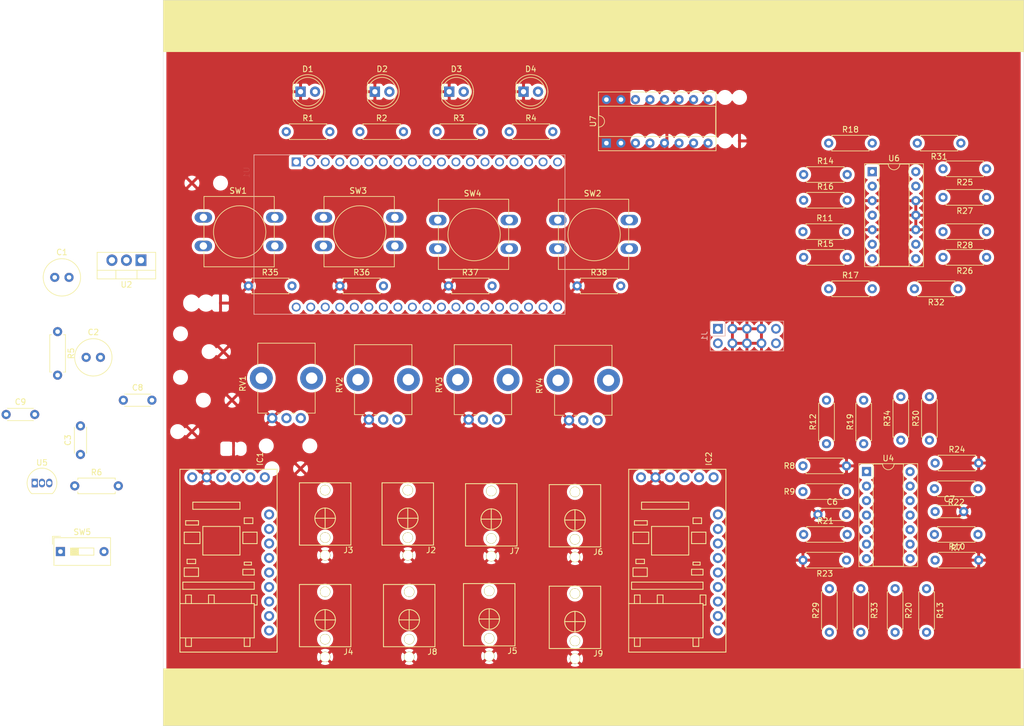
<source format=kicad_pcb>
(kicad_pcb (version 20171130) (host pcbnew "(5.1.5)-3")
  (layers (0 F.Cu signal) (31 B.Cu signal) (34 B.Paste user) (35 F.Paste user) (36 B.SilkS user) (37 F.SilkS user) (38 B.Mask user) (39 F.Mask user) (44 Edge.Cuts user))
  (net 0 "")
  (net 1 GND)
  (net 2 "Net-(C1-Pad1)")
  (net 3 +3V3)
  (net 4 +12V)
  (net 5 -12V)
  (net 6 /POWER/aref_-10v)
  (net 7 "Net-(D1-Pad2)")
  (net 8 "Net-(D2-Pad2)")
  (net 9 "Net-(D3-Pad2)")
  (net 10 "Net-(D4-Pad2)")
  (net 11 /bck1)
  (net 12 /din1)
  (net 13 /lrck1)
  (net 14 /bck2)
  (net 15 /din2)
  (net 16 /lrck2)
  (net 17 "Net-(J2-Pad3)")
  (net 18 "Net-(J3-Pad3)")
  (net 19 "Net-(J4-Pad3)")
  (net 20 "Net-(J5-Pad3)")
  (net 21 "Net-(J6-Pad3)")
  (net 22 "Net-(J7-Pad3)")
  (net 23 "Net-(J8-Pad3)")
  (net 24 "Net-(J9-Pad3)")
  (net 25 /led1)
  (net 26 /led2)
  (net 27 /led3)
  (net 28 /led4)
  (net 29 "Net-(R7-Pad2)")
  (net 30 "Net-(R12-Pad1)")
  (net 31 "Net-(R9-Pad2)")
  (net 32 "Net-(R10-Pad1)")
  (net 33 "Net-(R11-Pad2)")
  (net 34 /IN_OUT/aref_-10v)
  (net 35 "Net-(R12-Pad2)")
  (net 36 "Net-(R13-Pad2)")
  (net 37 "Net-(R14-Pad2)")
  (net 38 /IN_OUT/adc_ch1)
  (net 39 /IN_OUT/adc_ch0)
  (net 40 "Net-(R21-Pad2)")
  (net 41 "Net-(R22-Pad2)")
  (net 42 "Net-(R23-Pad1)")
  (net 43 "Net-(R24-Pad1)")
  (net 44 "Net-(R25-Pad2)")
  (net 45 "Net-(R26-Pad2)")
  (net 46 "Net-(R29-Pad2)")
  (net 47 "Net-(R30-Pad2)")
  (net 48 /IN_OUT/adc_ch3)
  (net 49 /IN_OUT/adc_ch2)
  (net 50 /button4)
  (net 51 /button1)
  (net 52 /button2)
  (net 53 /button3)
  (net 54 /ADC/adc_ch4)
  (net 55 /ADC/adc_ch5)
  (net 56 /ADC/adc_ch6)
  (net 57 /ADC/adc_ch7)
  (net 58 "Net-(C2-Pad1)")
  (module Button_Switch_THT:SW_DIP_SPSTx01_Slide_9.78x4.72mm_W7.62mm_P2.54mm (layer F.Cu) (at -18 96.5)
    (fp_text reference SW5 (at 3.81 -3.42) (layer F.SilkS))
    (fp_text value DIP_USBpwr)
    (pad 2 thru_hole oval (at 7.62 0) (size 1.6 1.6) (drill 0.8) (layers *.Cu *.Mask) (net 58 "Net-(C2-Pad1)"))
    (pad 1 thru_hole rect (at 0 0) (size 1.6 1.6) (drill 0.8) (layers *.Cu *.Mask) (net 3 +3V3))
  )
  (module Package_TO_SOT_THT:TO-220-3_Vertical (layer F.Cu) (at -3.92 45.5 180)
    (fp_text reference U2 (at 2.54 -4.27 180) (layer F.SilkS))
    (fp_text value LM1117-3.3)
    (pad 3 thru_hole oval (at 5.08 0 180) (size 1.905 2) (drill 1.1) (layers *.Cu *.Mask) (net 2 "Net-(C1-Pad1)"))
    (pad 2 thru_hole oval (at 2.54 0 180) (size 1.905 2) (drill 1.1) (layers *.Cu *.Mask) (net 58 "Net-(C2-Pad1)"))
    (pad 1 thru_hole rect (at 0 0 180) (size 1.905 2) (drill 1.1) (layers *.Cu *.Mask) (net 1 GND))
  )
  (module Package_DIP:DIP-16_W7.62mm_Socket (layer F.Cu) (at 77.5 25 90)
    (fp_text reference U7 (at 3.81 -2.33 -90) (layer F.SilkS))
    (fp_text value MCP3208)
    (pad 16 thru_hole oval (at 7.62 0 90) (size 1.6 1.6) (drill 0.8) (layers *.Cu *.Mask) (net 3 +3V3))
    (pad 8 thru_hole oval (at 0 17.78 90) (size 1.6 1.6) (drill 0.8) (layers *.Cu *.Mask) (net 57 /ADC/adc_ch7))
    (pad 15 thru_hole oval (at 7.62 2.54 90) (size 1.6 1.6) (drill 0.8) (layers *.Cu *.Mask) (net 3 +3V3))
    (pad 7 thru_hole oval (at 0 15.24 90) (size 1.6 1.6) (drill 0.8) (layers *.Cu *.Mask) (net 56 /ADC/adc_ch6))
    (pad 14 thru_hole oval (at 7.62 5.08 90) (size 1.6 1.6) (drill 0.8) (layers *.Cu *.Mask) (net 1 GND))
    (pad 6 thru_hole oval (at 0 12.7 90) (size 1.6 1.6) (drill 0.8) (layers *.Cu *.Mask) (net 55 /ADC/adc_ch5))
    (pad 13 thru_hole oval (at 7.62 7.62 90) (size 1.6 1.6) (drill 0.8) (layers *.Cu *.Mask))
    (pad 5 thru_hole oval (at 0 10.16 90) (size 1.6 1.6) (drill 0.8) (layers *.Cu *.Mask) (net 54 /ADC/adc_ch4))
    (pad 12 thru_hole oval (at 7.62 10.16 90) (size 1.6 1.6) (drill 0.8) (layers *.Cu *.Mask))
    (pad 4 thru_hole oval (at 0 7.62 90) (size 1.6 1.6) (drill 0.8) (layers *.Cu *.Mask))
    (pad 11 thru_hole oval (at 7.62 12.7 90) (size 1.6 1.6) (drill 0.8) (layers *.Cu *.Mask))
    (pad 3 thru_hole oval (at 0 5.08 90) (size 1.6 1.6) (drill 0.8) (layers *.Cu *.Mask))
    (pad 10 thru_hole oval (at 7.62 15.24 90) (size 1.6 1.6) (drill 0.8) (layers *.Cu *.Mask))
    (pad 2 thru_hole oval (at 0 2.54 90) (size 1.6 1.6) (drill 0.8) (layers *.Cu *.Mask))
    (pad 9 thru_hole oval (at 7.62 17.78 90) (size 1.6 1.6) (drill 0.8) (layers *.Cu *.Mask) (net 1 GND))
    (pad 1 thru_hole rect (at 0 0 90) (size 1.6 1.6) (drill 0.8) (layers *.Cu *.Mask))
  )
  (module Package_DIP:DIP-14_W7.62mm_Socket (layer F.Cu) (at 124 30)
    (fp_text reference U6 (at 3.81 -2.33) (layer F.SilkS))
    (fp_text value MCP6004)
    (pad 14 thru_hole oval (at 7.62 0) (size 1.6 1.6) (drill 0.8) (layers *.Cu *.Mask) (net 48 /IN_OUT/adc_ch3))
    (pad 7 thru_hole oval (at 0 15.24) (size 1.6 1.6) (drill 0.8) (layers *.Cu *.Mask) (net 38 /IN_OUT/adc_ch1))
    (pad 13 thru_hole oval (at 7.62 2.54) (size 1.6 1.6) (drill 0.8) (layers *.Cu *.Mask) (net 44 "Net-(R25-Pad2)"))
    (pad 6 thru_hole oval (at 0 12.7) (size 1.6 1.6) (drill 0.8) (layers *.Cu *.Mask) (net 33 "Net-(R11-Pad2)"))
    (pad 12 thru_hole oval (at 7.62 5.08) (size 1.6 1.6) (drill 0.8) (layers *.Cu *.Mask) (net 1 GND))
    (pad 5 thru_hole oval (at 0 10.16) (size 1.6 1.6) (drill 0.8) (layers *.Cu *.Mask) (net 1 GND))
    (pad 11 thru_hole oval (at 7.62 7.62) (size 1.6 1.6) (drill 0.8) (layers *.Cu *.Mask) (net 1 GND))
    (pad 4 thru_hole oval (at 0 7.62) (size 1.6 1.6) (drill 0.8) (layers *.Cu *.Mask) (net 3 +3V3))
    (pad 10 thru_hole oval (at 7.62 10.16) (size 1.6 1.6) (drill 0.8) (layers *.Cu *.Mask) (net 1 GND))
    (pad 3 thru_hole oval (at 0 5.08) (size 1.6 1.6) (drill 0.8) (layers *.Cu *.Mask) (net 1 GND))
    (pad 9 thru_hole oval (at 7.62 12.7) (size 1.6 1.6) (drill 0.8) (layers *.Cu *.Mask) (net 45 "Net-(R26-Pad2)"))
    (pad 2 thru_hole oval (at 0 2.54) (size 1.6 1.6) (drill 0.8) (layers *.Cu *.Mask) (net 37 "Net-(R14-Pad2)"))
    (pad 8 thru_hole oval (at 7.62 15.24) (size 1.6 1.6) (drill 0.8) (layers *.Cu *.Mask) (net 49 /IN_OUT/adc_ch2))
    (pad 1 thru_hole rect (at 0 0) (size 1.6 1.6) (drill 0.8) (layers *.Cu *.Mask) (net 39 /IN_OUT/adc_ch0))
  )
  (module Package_TO_SOT_THT:TO-92_Inline (layer F.Cu) (at -22.5 84.5)
    (fp_text reference U5 (at 1.27 -3.56) (layer F.SilkS))
    (fp_text value LM4040LP-10)
    (pad 1 thru_hole rect (at 0 0) (size 1.05 1.5) (drill 0.75) (layers *.Cu *.Mask))
    (pad 3 thru_hole oval (at 2.54 0) (size 1.05 1.5) (drill 0.75) (layers *.Cu *.Mask) (net 6 /POWER/aref_-10v))
    (pad 2 thru_hole oval (at 1.27 0) (size 1.05 1.5) (drill 0.75) (layers *.Cu *.Mask) (net 1 GND))
  )
  (module Package_DIP:DIP-14_W7.62mm_Socket (layer F.Cu) (at 123 82.5)
    (fp_text reference U4 (at 3.81 -2.33) (layer F.SilkS))
    (fp_text value TL074)
    (pad 14 thru_hole oval (at 7.62 0) (size 1.6 1.6) (drill 0.8) (layers *.Cu *.Mask) (net 47 "Net-(R30-Pad2)"))
    (pad 7 thru_hole oval (at 0 15.24) (size 1.6 1.6) (drill 0.8) (layers *.Cu *.Mask) (net 46 "Net-(R29-Pad2)"))
    (pad 13 thru_hole oval (at 7.62 2.54) (size 1.6 1.6) (drill 0.8) (layers *.Cu *.Mask) (net 43 "Net-(R24-Pad1)"))
    (pad 6 thru_hole oval (at 0 12.7) (size 1.6 1.6) (drill 0.8) (layers *.Cu *.Mask) (net 42 "Net-(R23-Pad1)"))
    (pad 12 thru_hole oval (at 7.62 5.08) (size 1.6 1.6) (drill 0.8) (layers *.Cu *.Mask) (net 41 "Net-(R22-Pad2)"))
    (pad 5 thru_hole oval (at 0 10.16) (size 1.6 1.6) (drill 0.8) (layers *.Cu *.Mask) (net 40 "Net-(R21-Pad2)"))
    (pad 11 thru_hole oval (at 7.62 7.62) (size 1.6 1.6) (drill 0.8) (layers *.Cu *.Mask) (net 5 -12V))
    (pad 4 thru_hole oval (at 0 7.62) (size 1.6 1.6) (drill 0.8) (layers *.Cu *.Mask) (net 4 +12V))
    (pad 10 thru_hole oval (at 7.62 10.16) (size 1.6 1.6) (drill 0.8) (layers *.Cu *.Mask) (net 29 "Net-(R7-Pad2)"))
    (pad 3 thru_hole oval (at 0 5.08) (size 1.6 1.6) (drill 0.8) (layers *.Cu *.Mask) (net 31 "Net-(R9-Pad2)"))
    (pad 9 thru_hole oval (at 7.62 12.7) (size 1.6 1.6) (drill 0.8) (layers *.Cu *.Mask) (net 32 "Net-(R10-Pad1)"))
    (pad 2 thru_hole oval (at 0 2.54) (size 1.6 1.6) (drill 0.8) (layers *.Cu *.Mask) (net 30 "Net-(R12-Pad1)"))
    (pad 8 thru_hole oval (at 7.62 15.24) (size 1.6 1.6) (drill 0.8) (layers *.Cu *.Mask) (net 36 "Net-(R13-Pad2)"))
    (pad 1 thru_hole rect (at 0 0) (size 1.6 1.6) (drill 0.8) (layers *.Cu *.Mask) (net 35 "Net-(R12-Pad2)"))
  )
  (module Button_Switch_THT:SW_PUSH-12mm (layer F.Cu) (at 48.0064 38.4706)
    (fp_text reference SW4 (at 6.08 -4.66) (layer F.SilkS))
    (fp_text value SW_Push)
    (pad 2 thru_hole oval (at 0 5) (size 3.048 1.85) (drill 1.3) (layers *.Cu *.Mask) (net 3 +3V3))
    (pad 1 thru_hole oval (at 0 0) (size 3.048 1.85) (drill 1.3) (layers *.Cu *.Mask) (net 53 /button3))
    (pad 2 thru_hole oval (at 12.5 5) (size 3.048 1.85) (drill 1.3) (layers *.Cu *.Mask) (net 3 +3V3))
    (pad 1 thru_hole oval (at 12.5 0) (size 3.048 1.85) (drill 1.3) (layers *.Cu *.Mask) (net 53 /button3))
  )
  (module Button_Switch_THT:SW_PUSH-12mm (layer F.Cu) (at 28 38)
    (fp_text reference SW3 (at 6.08 -4.66) (layer F.SilkS))
    (fp_text value SW_Push)
    (pad 2 thru_hole oval (at 0 5) (size 3.048 1.85) (drill 1.3) (layers *.Cu *.Mask) (net 3 +3V3))
    (pad 1 thru_hole oval (at 0 0) (size 3.048 1.85) (drill 1.3) (layers *.Cu *.Mask) (net 52 /button2))
    (pad 2 thru_hole oval (at 12.5 5) (size 3.048 1.85) (drill 1.3) (layers *.Cu *.Mask) (net 3 +3V3))
    (pad 1 thru_hole oval (at 12.5 0) (size 3.048 1.85) (drill 1.3) (layers *.Cu *.Mask) (net 52 /button2))
  )
  (module Button_Switch_THT:SW_PUSH-12mm (layer F.Cu) (at 69 38.4706)
    (fp_text reference SW2 (at 6.08 -4.66) (layer F.SilkS))
    (fp_text value SW_Push)
    (pad 2 thru_hole oval (at 0 5) (size 3.048 1.85) (drill 1.3) (layers *.Cu *.Mask) (net 3 +3V3))
    (pad 1 thru_hole oval (at 0 0) (size 3.048 1.85) (drill 1.3) (layers *.Cu *.Mask) (net 51 /button1))
    (pad 2 thru_hole oval (at 12.5 5) (size 3.048 1.85) (drill 1.3) (layers *.Cu *.Mask) (net 3 +3V3))
    (pad 1 thru_hole oval (at 12.5 0) (size 3.048 1.85) (drill 1.3) (layers *.Cu *.Mask) (net 51 /button1))
  )
  (module Button_Switch_THT:SW_PUSH-12mm (layer F.Cu) (at 7 38)
    (fp_text reference SW1 (at 6.08 -4.66) (layer F.SilkS))
    (fp_text value SW_Push)
    (pad 2 thru_hole oval (at 0 5) (size 3.048 1.85) (drill 1.3) (layers *.Cu *.Mask) (net 3 +3V3))
    (pad 1 thru_hole oval (at 0 0) (size 3.048 1.85) (drill 1.3) (layers *.Cu *.Mask) (net 50 /button4))
    (pad 2 thru_hole oval (at 12.5 5) (size 3.048 1.85) (drill 1.3) (layers *.Cu *.Mask) (net 3 +3V3))
    (pad 1 thru_hole oval (at 12.5 0) (size 3.048 1.85) (drill 1.3) (layers *.Cu *.Mask) (net 50 /button4))
  )
  (module Potentiometer_THT:Potentiometer_Alps_RK09K_Single_Vertical (layer F.Cu) (at 75.955 73.523 90)
    (fp_text reference RV4 (at 6.05 -10.15 90) (layer F.SilkS))
    (fp_text value R_POT)
    (pad "" np_thru_hole circle (at 7 1.9 90) (size 4 4) (drill 2) (layers *.Cu *.Mask))
    (pad "" np_thru_hole circle (at 7 -6.9 90) (size 4 4) (drill 2) (layers *.Cu *.Mask))
    (pad 1 thru_hole circle (at 0 0 90) (size 1.8 1.8) (drill 1) (layers *.Cu *.Mask) (net 3 +3V3))
    (pad 2 thru_hole circle (at 0 -2.5 90) (size 1.8 1.8) (drill 1) (layers *.Cu *.Mask) (net 57 /ADC/adc_ch7))
    (pad 3 thru_hole circle (at 0 -5 90) (size 1.8 1.8) (drill 1) (layers *.Cu *.Mask) (net 1 GND))
  )
  (module Potentiometer_THT:Potentiometer_Alps_RK09K_Single_Vertical (layer F.Cu) (at 58.4036 73.396 90)
    (fp_text reference RV3 (at 6.05 -10.15 90) (layer F.SilkS))
    (fp_text value R_POT)
    (pad "" np_thru_hole circle (at 7 1.9 90) (size 4 4) (drill 2) (layers *.Cu *.Mask))
    (pad "" np_thru_hole circle (at 7 -6.9 90) (size 4 4) (drill 2) (layers *.Cu *.Mask))
    (pad 1 thru_hole circle (at 0 0 90) (size 1.8 1.8) (drill 1) (layers *.Cu *.Mask) (net 3 +3V3))
    (pad 2 thru_hole circle (at 0 -2.5 90) (size 1.8 1.8) (drill 1) (layers *.Cu *.Mask) (net 56 /ADC/adc_ch6))
    (pad 3 thru_hole circle (at 0 -5 90) (size 1.8 1.8) (drill 1) (layers *.Cu *.Mask) (net 1 GND))
  )
  (module Potentiometer_THT:Potentiometer_Alps_RK09K_Single_Vertical (layer F.Cu) (at 40.9538 73.396 90)
    (fp_text reference RV2 (at 6.05 -10.15 90) (layer F.SilkS))
    (fp_text value R_POT)
    (pad "" np_thru_hole circle (at 7 1.9 90) (size 4 4) (drill 2) (layers *.Cu *.Mask))
    (pad "" np_thru_hole circle (at 7 -6.9 90) (size 4 4) (drill 2) (layers *.Cu *.Mask))
    (pad 1 thru_hole circle (at 0 0 90) (size 1.8 1.8) (drill 1) (layers *.Cu *.Mask) (net 3 +3V3))
    (pad 2 thru_hole circle (at 0 -2.5 90) (size 1.8 1.8) (drill 1) (layers *.Cu *.Mask) (net 55 /ADC/adc_ch5))
    (pad 3 thru_hole circle (at 0 -5 90) (size 1.8 1.8) (drill 1) (layers *.Cu *.Mask) (net 1 GND))
  )
  (module Potentiometer_THT:Potentiometer_Alps_RK09K_Single_Vertical (layer F.Cu) (at 24.0374 73.142 90)
    (fp_text reference RV1 (at 6.05 -10.15 90) (layer F.SilkS))
    (fp_text value R_POT)
    (pad "" np_thru_hole circle (at 7 1.9 90) (size 4 4) (drill 2) (layers *.Cu *.Mask))
    (pad "" np_thru_hole circle (at 7 -6.9 90) (size 4 4) (drill 2) (layers *.Cu *.Mask))
    (pad 1 thru_hole circle (at 0 0 90) (size 1.8 1.8) (drill 1) (layers *.Cu *.Mask) (net 3 +3V3))
    (pad 2 thru_hole circle (at 0 -2.5 90) (size 1.8 1.8) (drill 1) (layers *.Cu *.Mask) (net 54 /ADC/adc_ch4))
    (pad 3 thru_hole circle (at 0 -5 90) (size 1.8 1.8) (drill 1) (layers *.Cu *.Mask) (net 1 GND))
  )
  (module Resistor_THT:R_Axial_DIN0207_L6.3mm_D2.5mm_P7.62mm_Horizontal (layer F.Cu) (at 72.38 50)
    (fp_text reference R38 (at 3.81 -2.37) (layer F.SilkS))
    (fp_text value 10k)
    (pad 2 thru_hole oval (at 7.62 0) (size 1.6 1.6) (drill 0.8) (layers *.Cu *.Mask) (net 53 /button3))
    (pad 1 thru_hole circle (at 0 0) (size 1.6 1.6) (drill 0.8) (layers *.Cu *.Mask) (net 1 GND))
  )
  (module Resistor_THT:R_Axial_DIN0207_L6.3mm_D2.5mm_P7.62mm_Horizontal (layer F.Cu) (at 49.88 50)
    (fp_text reference R37 (at 3.81 -2.37) (layer F.SilkS))
    (fp_text value 10k)
    (pad 2 thru_hole oval (at 7.62 0) (size 1.6 1.6) (drill 0.8) (layers *.Cu *.Mask) (net 52 /button2))
    (pad 1 thru_hole circle (at 0 0) (size 1.6 1.6) (drill 0.8) (layers *.Cu *.Mask) (net 1 GND))
  )
  (module Resistor_THT:R_Axial_DIN0207_L6.3mm_D2.5mm_P7.62mm_Horizontal (layer F.Cu) (at 30.88 50)
    (fp_text reference R36 (at 3.81 -2.37) (layer F.SilkS))
    (fp_text value 10k)
    (pad 2 thru_hole oval (at 7.62 0) (size 1.6 1.6) (drill 0.8) (layers *.Cu *.Mask) (net 51 /button1))
    (pad 1 thru_hole circle (at 0 0) (size 1.6 1.6) (drill 0.8) (layers *.Cu *.Mask) (net 1 GND))
  )
  (module Resistor_THT:R_Axial_DIN0207_L6.3mm_D2.5mm_P7.62mm_Horizontal (layer F.Cu) (at 14.88 50)
    (fp_text reference R35 (at 3.81 -2.37) (layer F.SilkS))
    (fp_text value 10k)
    (pad 2 thru_hole oval (at 7.62 0) (size 1.6 1.6) (drill 0.8) (layers *.Cu *.Mask) (net 50 /button4))
    (pad 1 thru_hole circle (at 0 0) (size 1.6 1.6) (drill 0.8) (layers *.Cu *.Mask) (net 1 GND))
  )
  (module Resistor_THT:R_Axial_DIN0207_L6.3mm_D2.5mm_P7.62mm_Horizontal (layer F.Cu) (at 129 77 90)
    (fp_text reference R34 (at 3.81 -2.37 90) (layer F.SilkS))
    (fp_text value 1k)
    (pad 2 thru_hole oval (at 7.62 0 90) (size 1.6 1.6) (drill 0.8) (layers *.Cu *.Mask) (net 24 "Net-(J9-Pad3)"))
    (pad 1 thru_hole circle (at 0 0 90) (size 1.6 1.6) (drill 0.8) (layers *.Cu *.Mask) (net 47 "Net-(R30-Pad2)"))
  )
  (module Resistor_THT:R_Axial_DIN0207_L6.3mm_D2.5mm_P7.62mm_Horizontal (layer F.Cu) (at 122 103 270)
    (fp_text reference R33 (at 3.81 -2.37 90) (layer F.SilkS))
    (fp_text value 1k)
    (pad 2 thru_hole oval (at 7.62 0 270) (size 1.6 1.6) (drill 0.8) (layers *.Cu *.Mask) (net 23 "Net-(J8-Pad3)"))
    (pad 1 thru_hole circle (at 0 0 270) (size 1.6 1.6) (drill 0.8) (layers *.Cu *.Mask) (net 46 "Net-(R29-Pad2)"))
  )
  (module Resistor_THT:R_Axial_DIN0207_L6.3mm_D2.5mm_P7.62mm_Horizontal (layer F.Cu) (at 139 50.5 180)
    (fp_text reference R32 (at 3.81 -2.37) (layer F.SilkS))
    (fp_text value 33k)
    (pad 2 thru_hole oval (at 7.62 0 180) (size 1.6 1.6) (drill 0.8) (layers *.Cu *.Mask) (net 49 /IN_OUT/adc_ch2))
    (pad 1 thru_hole circle (at 0 0 180) (size 1.6 1.6) (drill 0.8) (layers *.Cu *.Mask) (net 45 "Net-(R26-Pad2)"))
  )
  (module Resistor_THT:R_Axial_DIN0207_L6.3mm_D2.5mm_P7.62mm_Horizontal (layer F.Cu) (at 139.5 25 180)
    (fp_text reference R31 (at 3.81 -2.37) (layer F.SilkS))
    (fp_text value 33k)
    (pad 2 thru_hole oval (at 7.62 0 180) (size 1.6 1.6) (drill 0.8) (layers *.Cu *.Mask) (net 48 /IN_OUT/adc_ch3))
    (pad 1 thru_hole circle (at 0 0 180) (size 1.6 1.6) (drill 0.8) (layers *.Cu *.Mask) (net 44 "Net-(R25-Pad2)"))
  )
  (module Resistor_THT:R_Axial_DIN0207_L6.3mm_D2.5mm_P7.62mm_Horizontal (layer F.Cu) (at 134 77 90)
    (fp_text reference R30 (at 3.81 -2.37 90) (layer F.SilkS))
    (fp_text value 10k)
    (pad 2 thru_hole oval (at 7.62 0 90) (size 1.6 1.6) (drill 0.8) (layers *.Cu *.Mask) (net 47 "Net-(R30-Pad2)"))
    (pad 1 thru_hole circle (at 0 0 90) (size 1.6 1.6) (drill 0.8) (layers *.Cu *.Mask) (net 43 "Net-(R24-Pad1)"))
  )
  (module Resistor_THT:R_Axial_DIN0207_L6.3mm_D2.5mm_P7.62mm_Horizontal (layer F.Cu) (at 116.5 110.62 90)
    (fp_text reference R29 (at 3.81 -2.37 90) (layer F.SilkS))
    (fp_text value 10k)
    (pad 2 thru_hole oval (at 7.62 0 90) (size 1.6 1.6) (drill 0.8) (layers *.Cu *.Mask) (net 46 "Net-(R29-Pad2)"))
    (pad 1 thru_hole circle (at 0 0 90) (size 1.6 1.6) (drill 0.8) (layers *.Cu *.Mask) (net 42 "Net-(R23-Pad1)"))
  )
  (module Resistor_THT:R_Axial_DIN0207_L6.3mm_D2.5mm_P7.62mm_Horizontal (layer F.Cu) (at 144 40.5 180)
    (fp_text reference R28 (at 3.81 -2.37) (layer F.SilkS))
    (fp_text value 100k)
    (pad 2 thru_hole oval (at 7.62 0 180) (size 1.6 1.6) (drill 0.8) (layers *.Cu *.Mask) (net 45 "Net-(R26-Pad2)"))
    (pad 1 thru_hole circle (at 0 0 180) (size 1.6 1.6) (drill 0.8) (layers *.Cu *.Mask) (net 22 "Net-(J7-Pad3)"))
  )
  (module Resistor_THT:R_Axial_DIN0207_L6.3mm_D2.5mm_P7.62mm_Horizontal (layer F.Cu) (at 144 34.5 180)
    (fp_text reference R27 (at 3.81 -2.37) (layer F.SilkS))
    (fp_text value 100k)
    (pad 2 thru_hole oval (at 7.62 0 180) (size 1.6 1.6) (drill 0.8) (layers *.Cu *.Mask) (net 44 "Net-(R25-Pad2)"))
    (pad 1 thru_hole circle (at 0 0 180) (size 1.6 1.6) (drill 0.8) (layers *.Cu *.Mask) (net 21 "Net-(J6-Pad3)"))
  )
  (module Resistor_THT:R_Axial_DIN0207_L6.3mm_D2.5mm_P7.62mm_Horizontal (layer F.Cu) (at 144 45 180)
    (fp_text reference R26 (at 3.81 -2.37) (layer F.SilkS))
    (fp_text value 200k)
    (pad 2 thru_hole oval (at 7.62 0 180) (size 1.6 1.6) (drill 0.8) (layers *.Cu *.Mask) (net 45 "Net-(R26-Pad2)"))
    (pad 1 thru_hole circle (at 0 0 180) (size 1.6 1.6) (drill 0.8) (layers *.Cu *.Mask) (net 34 /IN_OUT/aref_-10v))
  )
  (module Resistor_THT:R_Axial_DIN0207_L6.3mm_D2.5mm_P7.62mm_Horizontal (layer F.Cu) (at 144 29.5 180)
    (fp_text reference R25 (at 3.81 -2.37) (layer F.SilkS))
    (fp_text value 200k)
    (pad 2 thru_hole oval (at 7.62 0 180) (size 1.6 1.6) (drill 0.8) (layers *.Cu *.Mask) (net 44 "Net-(R25-Pad2)"))
    (pad 1 thru_hole circle (at 0 0 180) (size 1.6 1.6) (drill 0.8) (layers *.Cu *.Mask) (net 34 /IN_OUT/aref_-10v))
  )
  (module Resistor_THT:R_Axial_DIN0207_L6.3mm_D2.5mm_P7.62mm_Horizontal (layer F.Cu) (at 135 81)
    (fp_text reference R24 (at 3.81 -2.37) (layer F.SilkS))
    (fp_text value 10k)
    (pad 2 thru_hole oval (at 7.62 0) (size 1.6 1.6) (drill 0.8) (layers *.Cu *.Mask) (net 1 GND))
    (pad 1 thru_hole circle (at 0 0) (size 1.6 1.6) (drill 0.8) (layers *.Cu *.Mask) (net 43 "Net-(R24-Pad1)"))
  )
  (module Resistor_THT:R_Axial_DIN0207_L6.3mm_D2.5mm_P7.62mm_Horizontal (layer F.Cu) (at 119.5 98 180)
    (fp_text reference R23 (at 3.81 -2.37) (layer F.SilkS))
    (fp_text value 10k)
    (pad 2 thru_hole oval (at 7.62 0 180) (size 1.6 1.6) (drill 0.8) (layers *.Cu *.Mask) (net 1 GND))
    (pad 1 thru_hole circle (at 0 0 180) (size 1.6 1.6) (drill 0.8) (layers *.Cu *.Mask) (net 42 "Net-(R23-Pad1)"))
  )
  (module Resistor_THT:R_Axial_DIN0207_L6.3mm_D2.5mm_P7.62mm_Horizontal (layer F.Cu) (at 142.5 85.5 180)
    (fp_text reference R22 (at 3.81 -2.37) (layer F.SilkS))
    (fp_text value 1k)
    (pad 2 thru_hole oval (at 7.62 0 180) (size 1.6 1.6) (drill 0.8) (layers *.Cu *.Mask) (net 41 "Net-(R22-Pad2)"))
    (pad 1 thru_hole circle (at 0 0 180) (size 1.6 1.6) (drill 0.8) (layers *.Cu *.Mask))
  )
  (module Resistor_THT:R_Axial_DIN0207_L6.3mm_D2.5mm_P7.62mm_Horizontal (layer F.Cu) (at 112 93.5)
    (fp_text reference R21 (at 3.81 -2.37) (layer F.SilkS))
    (fp_text value 1k)
    (pad 2 thru_hole oval (at 7.62 0) (size 1.6 1.6) (drill 0.8) (layers *.Cu *.Mask) (net 40 "Net-(R21-Pad2)"))
    (pad 1 thru_hole circle (at 0 0) (size 1.6 1.6) (drill 0.8) (layers *.Cu *.Mask))
  )
  (module Resistor_THT:R_Axial_DIN0207_L6.3mm_D2.5mm_P7.62mm_Horizontal (layer F.Cu) (at 128 103 270)
    (fp_text reference R20 (at 3.81 -2.37 90) (layer F.SilkS))
    (fp_text value 1k)
    (pad 2 thru_hole oval (at 7.62 0 270) (size 1.6 1.6) (drill 0.8) (layers *.Cu *.Mask) (net 20 "Net-(J5-Pad3)"))
    (pad 1 thru_hole circle (at 0 0 270) (size 1.6 1.6) (drill 0.8) (layers *.Cu *.Mask) (net 36 "Net-(R13-Pad2)"))
  )
  (module Resistor_THT:R_Axial_DIN0207_L6.3mm_D2.5mm_P7.62mm_Horizontal (layer F.Cu) (at 122.5 77.62 90)
    (fp_text reference R19 (at 3.81 -2.37 90) (layer F.SilkS))
    (fp_text value 1k)
    (pad 2 thru_hole oval (at 7.62 0 90) (size 1.6 1.6) (drill 0.8) (layers *.Cu *.Mask) (net 19 "Net-(J4-Pad3)"))
    (pad 1 thru_hole circle (at 0 0 90) (size 1.6 1.6) (drill 0.8) (layers *.Cu *.Mask) (net 35 "Net-(R12-Pad2)"))
  )
  (module Resistor_THT:R_Axial_DIN0207_L6.3mm_D2.5mm_P7.62mm_Horizontal (layer F.Cu) (at 116.38 25)
    (fp_text reference R18 (at 3.81 -2.37) (layer F.SilkS))
    (fp_text value 33k)
    (pad 2 thru_hole oval (at 7.62 0) (size 1.6 1.6) (drill 0.8) (layers *.Cu *.Mask) (net 39 /IN_OUT/adc_ch0))
    (pad 1 thru_hole circle (at 0 0) (size 1.6 1.6) (drill 0.8) (layers *.Cu *.Mask) (net 37 "Net-(R14-Pad2)"))
  )
  (module Resistor_THT:R_Axial_DIN0207_L6.3mm_D2.5mm_P7.62mm_Horizontal (layer F.Cu) (at 116.38 50.5)
    (fp_text reference R17 (at 3.81 -2.37) (layer F.SilkS))
    (fp_text value 33k)
    (pad 2 thru_hole oval (at 7.62 0) (size 1.6 1.6) (drill 0.8) (layers *.Cu *.Mask) (net 38 /IN_OUT/adc_ch1))
    (pad 1 thru_hole circle (at 0 0) (size 1.6 1.6) (drill 0.8) (layers *.Cu *.Mask) (net 33 "Net-(R11-Pad2)"))
  )
  (module Resistor_THT:R_Axial_DIN0207_L6.3mm_D2.5mm_P7.62mm_Horizontal (layer F.Cu) (at 112 35)
    (fp_text reference R16 (at 3.81 -2.37) (layer F.SilkS))
    (fp_text value 100k)
    (pad 2 thru_hole oval (at 7.62 0) (size 1.6 1.6) (drill 0.8) (layers *.Cu *.Mask) (net 37 "Net-(R14-Pad2)"))
    (pad 1 thru_hole circle (at 0 0) (size 1.6 1.6) (drill 0.8) (layers *.Cu *.Mask) (net 18 "Net-(J3-Pad3)"))
  )
  (module Resistor_THT:R_Axial_DIN0207_L6.3mm_D2.5mm_P7.62mm_Horizontal (layer F.Cu) (at 112 45)
    (fp_text reference R15 (at 3.81 -2.37) (layer F.SilkS))
    (fp_text value 100k)
    (pad 2 thru_hole oval (at 7.62 0) (size 1.6 1.6) (drill 0.8) (layers *.Cu *.Mask) (net 33 "Net-(R11-Pad2)"))
    (pad 1 thru_hole circle (at 0 0) (size 1.6 1.6) (drill 0.8) (layers *.Cu *.Mask) (net 17 "Net-(J2-Pad3)"))
  )
  (module Resistor_THT:R_Axial_DIN0207_L6.3mm_D2.5mm_P7.62mm_Horizontal (layer F.Cu) (at 112 30.5)
    (fp_text reference R14 (at 3.81 -2.37) (layer F.SilkS))
    (fp_text value 200k)
    (pad 2 thru_hole oval (at 7.62 0) (size 1.6 1.6) (drill 0.8) (layers *.Cu *.Mask) (net 37 "Net-(R14-Pad2)"))
    (pad 1 thru_hole circle (at 0 0) (size 1.6 1.6) (drill 0.8) (layers *.Cu *.Mask) (net 34 /IN_OUT/aref_-10v))
  )
  (module Resistor_THT:R_Axial_DIN0207_L6.3mm_D2.5mm_P7.62mm_Horizontal (layer F.Cu) (at 133.5 103 270)
    (fp_text reference R13 (at 3.81 -2.37 90) (layer F.SilkS))
    (fp_text value 10k)
    (pad 2 thru_hole oval (at 7.62 0 270) (size 1.6 1.6) (drill 0.8) (layers *.Cu *.Mask) (net 36 "Net-(R13-Pad2)"))
    (pad 1 thru_hole circle (at 0 0 270) (size 1.6 1.6) (drill 0.8) (layers *.Cu *.Mask) (net 32 "Net-(R10-Pad1)"))
  )
  (module Resistor_THT:R_Axial_DIN0207_L6.3mm_D2.5mm_P7.62mm_Horizontal (layer F.Cu) (at 116 77.62 90)
    (fp_text reference R12 (at 3.81 -2.37 90) (layer F.SilkS))
    (fp_text value 10k)
    (pad 2 thru_hole oval (at 7.62 0 90) (size 1.6 1.6) (drill 0.8) (layers *.Cu *.Mask) (net 35 "Net-(R12-Pad2)"))
    (pad 1 thru_hole circle (at 0 0 90) (size 1.6 1.6) (drill 0.8) (layers *.Cu *.Mask) (net 30 "Net-(R12-Pad1)"))
  )
  (module Resistor_THT:R_Axial_DIN0207_L6.3mm_D2.5mm_P7.62mm_Horizontal (layer F.Cu) (at 111.88 40.5)
    (fp_text reference R11 (at 3.81 -2.37) (layer F.SilkS))
    (fp_text value 200k)
    (pad 2 thru_hole oval (at 7.62 0) (size 1.6 1.6) (drill 0.8) (layers *.Cu *.Mask) (net 33 "Net-(R11-Pad2)"))
    (pad 1 thru_hole circle (at 0 0) (size 1.6 1.6) (drill 0.8) (layers *.Cu *.Mask) (net 34 /IN_OUT/aref_-10v))
  )
  (module Resistor_THT:R_Axial_DIN0207_L6.3mm_D2.5mm_P7.62mm_Horizontal (layer F.Cu) (at 135 98)
    (fp_text reference R10 (at 3.81 -2.37) (layer F.SilkS))
    (fp_text value 10k)
    (pad 2 thru_hole oval (at 7.62 0) (size 1.6 1.6) (drill 0.8) (layers *.Cu *.Mask) (net 1 GND))
    (pad 1 thru_hole circle (at 0 0) (size 1.6 1.6) (drill 0.8) (layers *.Cu *.Mask) (net 32 "Net-(R10-Pad1)"))
  )
  (module Resistor_THT:R_Axial_DIN0207_L6.3mm_D2.5mm_P7.62mm_Horizontal (layer F.Cu) (at 111.88 86)
    (fp_text reference R9 (at -2.38 0) (layer F.SilkS))
    (fp_text value 1k)
    (pad 2 thru_hole oval (at 7.62 0) (size 1.6 1.6) (drill 0.8) (layers *.Cu *.Mask) (net 31 "Net-(R9-Pad2)"))
    (pad 1 thru_hole circle (at 0 0) (size 1.6 1.6) (drill 0.8) (layers *.Cu *.Mask))
  )
  (module Resistor_THT:R_Axial_DIN0207_L6.3mm_D2.5mm_P7.62mm_Horizontal (layer F.Cu) (at 111.88 81.5)
    (fp_text reference R8 (at -2.38 0) (layer F.SilkS))
    (fp_text value 10k)
    (pad 2 thru_hole oval (at 7.62 0) (size 1.6 1.6) (drill 0.8) (layers *.Cu *.Mask) (net 1 GND))
    (pad 1 thru_hole circle (at 0 0) (size 1.6 1.6) (drill 0.8) (layers *.Cu *.Mask) (net 30 "Net-(R12-Pad1)"))
  )
  (module Resistor_THT:R_Axial_DIN0207_L6.3mm_D2.5mm_P7.62mm_Horizontal (layer F.Cu) (at 142.5 93.5 180)
    (fp_text reference R7 (at 3.81 -2.37) (layer F.SilkS))
    (fp_text value 1k)
    (pad 2 thru_hole oval (at 7.62 0 180) (size 1.6 1.6) (drill 0.8) (layers *.Cu *.Mask) (net 29 "Net-(R7-Pad2)"))
    (pad 1 thru_hole circle (at 0 0 180) (size 1.6 1.6) (drill 0.8) (layers *.Cu *.Mask))
  )
  (module Resistor_THT:R_Axial_DIN0207_L6.3mm_D2.5mm_P7.62mm_Horizontal (layer F.Cu) (at -15.5 85)
    (fp_text reference R6 (at 3.81 -2.37) (layer F.SilkS))
    (fp_text value 2k2)
    (pad 2 thru_hole oval (at 7.62 0) (size 1.6 1.6) (drill 0.8) (layers *.Cu *.Mask) (net 5 -12V))
    (pad 1 thru_hole circle (at 0 0) (size 1.6 1.6) (drill 0.8) (layers *.Cu *.Mask) (net 6 /POWER/aref_-10v))
  )
  (module Resistor_THT:R_Axial_DIN0207_L6.3mm_D2.5mm_P7.62mm_Horizontal (layer F.Cu) (at -18.5 58 270)
    (fp_text reference R5 (at 3.81 -2.37 90) (layer F.SilkS))
    (fp_text value 4r7)
    (pad 2 thru_hole oval (at 7.62 0 270) (size 1.6 1.6) (drill 0.8) (layers *.Cu *.Mask) (net 2 "Net-(C1-Pad1)"))
    (pad 1 thru_hole circle (at 0 0 270) (size 1.6 1.6) (drill 0.8) (layers *.Cu *.Mask) (net 4 +12V))
  )
  (module Resistor_THT:R_Axial_DIN0207_L6.3mm_D2.5mm_P7.62mm_Horizontal (layer F.Cu) (at 60.5 23)
    (fp_text reference R4 (at 3.81 -2.37) (layer F.SilkS))
    (fp_text value 220r)
    (pad 2 thru_hole oval (at 7.62 0) (size 1.6 1.6) (drill 0.8) (layers *.Cu *.Mask) (net 28 /led4))
    (pad 1 thru_hole circle (at 0 0) (size 1.6 1.6) (drill 0.8) (layers *.Cu *.Mask) (net 10 "Net-(D4-Pad2)"))
  )
  (module Resistor_THT:R_Axial_DIN0207_L6.3mm_D2.5mm_P7.62mm_Horizontal (layer F.Cu) (at 47.88 23)
    (fp_text reference R3 (at 3.81 -2.37) (layer F.SilkS))
    (fp_text value 220r)
    (pad 2 thru_hole oval (at 7.62 0) (size 1.6 1.6) (drill 0.8) (layers *.Cu *.Mask) (net 27 /led3))
    (pad 1 thru_hole circle (at 0 0) (size 1.6 1.6) (drill 0.8) (layers *.Cu *.Mask) (net 9 "Net-(D3-Pad2)"))
  )
  (module Resistor_THT:R_Axial_DIN0207_L6.3mm_D2.5mm_P7.62mm_Horizontal (layer F.Cu) (at 34.38 23)
    (fp_text reference R2 (at 3.81 -2.37) (layer F.SilkS))
    (fp_text value 220r)
    (pad 2 thru_hole oval (at 7.62 0) (size 1.6 1.6) (drill 0.8) (layers *.Cu *.Mask) (net 26 /led2))
    (pad 1 thru_hole circle (at 0 0) (size 1.6 1.6) (drill 0.8) (layers *.Cu *.Mask) (net 8 "Net-(D2-Pad2)"))
  )
  (module Resistor_THT:R_Axial_DIN0207_L6.3mm_D2.5mm_P7.62mm_Horizontal (layer F.Cu) (at 21.5 23)
    (fp_text reference R1 (at 3.81 -2.37) (layer F.SilkS))
    (fp_text value 220r)
    (pad 2 thru_hole oval (at 7.62 0) (size 1.6 1.6) (drill 0.8) (layers *.Cu *.Mask) (net 25 /led1))
    (pad 1 thru_hole circle (at 0 0) (size 1.6 1.6) (drill 0.8) (layers *.Cu *.Mask) (net 7 "Net-(D1-Pad2)"))
  )
  (module Eurocad:PJ301M-12 (layer F.Cu) (at 72 108.7622)
    (fp_text reference J9 (at 4.064 5.588) (layer F.SilkS))
    (fp_text value "codec out 4")
    (pad 3 thru_hole circle (at 0 -4.92) (size 1.8 1.8) (drill 1.6) (layers *.Cu *.Mask F.SilkS) (net 24 "Net-(J9-Pad3)"))
    (pad 1 thru_hole circle (at 0 6.48) (size 1.8 1.8) (drill 1.6) (layers *.Cu *.Mask F.SilkS) (net 1 GND))
    (pad 2 thru_hole circle (at 0 3.38) (size 1.8 1.8) (drill 1.6) (layers *.Cu *.Mask F.SilkS))
  )
  (module Eurocad:PJ301M-12 (layer F.Cu) (at 43 108.4574)
    (fp_text reference J8 (at 4.064 5.588) (layer F.SilkS))
    (fp_text value "codec out 2")
    (pad 3 thru_hole circle (at 0 -4.92) (size 1.8 1.8) (drill 1.6) (layers *.Cu *.Mask F.SilkS) (net 23 "Net-(J8-Pad3)"))
    (pad 1 thru_hole circle (at 0 6.48) (size 1.8 1.8) (drill 1.6) (layers *.Cu *.Mask F.SilkS) (net 1 GND))
    (pad 2 thru_hole circle (at 0 3.38) (size 1.8 1.8) (drill 1.6) (layers *.Cu *.Mask F.SilkS))
  )
  (module Eurocad:PJ301M-12 (layer F.Cu) (at 57.3612 90.8204)
    (fp_text reference J7 (at 4.064 5.588) (layer F.SilkS))
    (fp_text value "cv in 3")
    (pad 3 thru_hole circle (at 0 -4.92) (size 1.8 1.8) (drill 1.6) (layers *.Cu *.Mask F.SilkS) (net 22 "Net-(J7-Pad3)"))
    (pad 1 thru_hole circle (at 0 6.48) (size 1.8 1.8) (drill 1.6) (layers *.Cu *.Mask F.SilkS) (net 1 GND))
    (pad 2 thru_hole circle (at 0 3.38) (size 1.8 1.8) (drill 1.6) (layers *.Cu *.Mask F.SilkS))
  )
  (module Eurocad:PJ301M-12 (layer F.Cu) (at 72 90.9728)
    (fp_text reference J6 (at 4.064 5.588) (layer F.SilkS))
    (fp_text value "cv in 4")
    (pad 3 thru_hole circle (at 0 -4.92) (size 1.8 1.8) (drill 1.6) (layers *.Cu *.Mask F.SilkS) (net 21 "Net-(J6-Pad3)"))
    (pad 1 thru_hole circle (at 0 6.48) (size 1.8 1.8) (drill 1.6) (layers *.Cu *.Mask F.SilkS) (net 1 GND))
    (pad 2 thru_hole circle (at 0 3.38) (size 1.8 1.8) (drill 1.6) (layers *.Cu *.Mask F.SilkS))
  )
  (module Eurocad:PJ301M-12 (layer F.Cu) (at 57 108.305)
    (fp_text reference J5 (at 4.064 5.588) (layer F.SilkS))
    (fp_text value "codec out 3")
    (pad 3 thru_hole circle (at 0 -4.92) (size 1.8 1.8) (drill 1.6) (layers *.Cu *.Mask F.SilkS) (net 20 "Net-(J5-Pad3)"))
    (pad 1 thru_hole circle (at 0 6.48) (size 1.8 1.8) (drill 1.6) (layers *.Cu *.Mask F.SilkS) (net 1 GND))
    (pad 2 thru_hole circle (at 0 3.38) (size 1.8 1.8) (drill 1.6) (layers *.Cu *.Mask F.SilkS))
  )
  (module Eurocad:PJ301M-12 (layer F.Cu) (at 28.298 108.4574)
    (fp_text reference J4 (at 4.064 5.588) (layer F.SilkS))
    (fp_text value "codec out 1")
    (pad 3 thru_hole circle (at 0 -4.92) (size 1.8 1.8) (drill 1.6) (layers *.Cu *.Mask F.SilkS) (net 19 "Net-(J4-Pad3)"))
    (pad 1 thru_hole circle (at 0 6.48) (size 1.8 1.8) (drill 1.6) (layers *.Cu *.Mask F.SilkS) (net 1 GND))
    (pad 2 thru_hole circle (at 0 3.38) (size 1.8 1.8) (drill 1.6) (layers *.Cu *.Mask F.SilkS))
  )
  (module Eurocad:PJ301M-12 (layer F.Cu) (at 28.298 90.668)
    (fp_text reference J3 (at 4.064 5.588) (layer F.SilkS))
    (fp_text value "cv in 1")
    (pad 3 thru_hole circle (at 0 -4.92) (size 1.8 1.8) (drill 1.6) (layers *.Cu *.Mask F.SilkS) (net 18 "Net-(J3-Pad3)"))
    (pad 1 thru_hole circle (at 0 6.48) (size 1.8 1.8) (drill 1.6) (layers *.Cu *.Mask F.SilkS) (net 1 GND))
    (pad 2 thru_hole circle (at 0 3.38) (size 1.8 1.8) (drill 1.6) (layers *.Cu *.Mask F.SilkS))
  )
  (module Eurocad:PJ301M-12 (layer F.Cu) (at 42.7534 90.668)
    (fp_text reference J2 (at 4.064 5.588) (layer F.SilkS))
    (fp_text value "cv in 2")
    (pad 3 thru_hole circle (at 0 -4.92) (size 1.8 1.8) (drill 1.6) (layers *.Cu *.Mask F.SilkS) (net 17 "Net-(J2-Pad3)"))
    (pad 1 thru_hole circle (at 0 6.48) (size 1.8 1.8) (drill 1.6) (layers *.Cu *.Mask F.SilkS) (net 1 GND))
    (pad 2 thru_hole circle (at 0 3.38) (size 1.8 1.8) (drill 1.6) (layers *.Cu *.Mask F.SilkS))
  )
  (module Connector_PinHeader_2.54mm:PinHeader_2x05_P2.54mm_Vertical (layer B.Cu) (at 97 57.5 270)
    (fp_text reference J1 (at 1.27 2.33 90) (layer B.SilkS) (effects (justify mirror)))
    (fp_text value EURO_PWR_2x5)
    (pad 10 thru_hole oval (at 2.54 -10.16 270) (size 1.7 1.7) (drill 1) (layers *.Cu *.Mask) (net 5 -12V))
    (pad 9 thru_hole oval (at 0 -10.16 270) (size 1.7 1.7) (drill 1) (layers *.Cu *.Mask) (net 5 -12V))
    (pad 8 thru_hole oval (at 2.54 -7.62 270) (size 1.7 1.7) (drill 1) (layers *.Cu *.Mask) (net 1 GND))
    (pad 7 thru_hole oval (at 0 -7.62 270) (size 1.7 1.7) (drill 1) (layers *.Cu *.Mask) (net 1 GND))
    (pad 6 thru_hole oval (at 2.54 -5.08 270) (size 1.7 1.7) (drill 1) (layers *.Cu *.Mask) (net 1 GND))
    (pad 5 thru_hole oval (at 0 -5.08 270) (size 1.7 1.7) (drill 1) (layers *.Cu *.Mask) (net 1 GND))
    (pad 4 thru_hole oval (at 2.54 -2.54 270) (size 1.7 1.7) (drill 1) (layers *.Cu *.Mask) (net 1 GND))
    (pad 3 thru_hole oval (at 0 -2.54 270) (size 1.7 1.7) (drill 1) (layers *.Cu *.Mask) (net 1 GND))
    (pad 2 thru_hole oval (at 2.54 0 270) (size 1.7 1.7) (drill 1) (layers *.Cu *.Mask) (net 4 +12V))
    (pad 1 thru_hole rect (at 0 0 270) (size 1.7 1.7) (drill 1) (layers *.Cu *.Mask) (net 4 +12V))
  )
  (module footprints:PCM5102 (layer F.Cu) (at 97 90 270)
    (fp_text reference IC2 (at -9.7415 1.5845 90) (layer F.SilkS))
    (fp_text value PCM5102)
    (pad 15 thru_hole circle (at 20.32 0 270) (size 1.75 1.75) (drill 1) (layers *.Cu *.Mask))
    (pad 14 thru_hole circle (at 17.78 0 270) (size 1.75 1.75) (drill 1) (layers *.Cu *.Mask))
    (pad 13 thru_hole circle (at 15.24 0 270) (size 1.75 1.75) (drill 1) (layers *.Cu *.Mask))
    (pad 12 thru_hole circle (at 12.7 0 270) (size 1.75 1.75) (drill 1) (layers *.Cu *.Mask))
    (pad 11 thru_hole circle (at 10.16 0 270) (size 1.75 1.75) (drill 1) (layers *.Cu *.Mask))
    (pad 10 thru_hole circle (at 7.62 0 270) (size 1.75 1.75) (drill 1) (layers *.Cu *.Mask))
    (pad 9 thru_hole circle (at 5.08 0 270) (size 1.75 1.75) (drill 1) (layers *.Cu *.Mask))
    (pad 8 thru_hole circle (at 2.54 0 270) (size 1.75 1.75) (drill 1) (layers *.Cu *.Mask))
    (pad 7 thru_hole circle (at 0 0 270) (size 1.75 1.75) (drill 1) (layers *.Cu *.Mask))
    (pad 6 thru_hole circle (at -6.5 0.75 270) (size 1.75 1.75) (drill 1) (layers *.Cu *.Mask))
    (pad 5 thru_hole circle (at -6.5 3.29 270) (size 1.75 1.75) (drill 1) (layers *.Cu *.Mask) (net 14 /bck2))
    (pad 4 thru_hole circle (at -6.5 5.83 270) (size 1.75 1.75) (drill 1) (layers *.Cu *.Mask) (net 15 /din2))
    (pad 3 thru_hole circle (at -6.5 8.37 270) (size 1.75 1.75) (drill 1) (layers *.Cu *.Mask) (net 16 /lrck2))
    (pad 2 thru_hole circle (at -6.5 10.91 270) (size 1.75 1.75) (drill 1) (layers *.Cu *.Mask) (net 1 GND))
    (pad 1 thru_hole circle (at -6.5 13.45 270) (size 1.75 1.75) (drill 1) (layers *.Cu *.Mask) (net 3 +3V3))
  )
  (module LED_THT:LED_D5.0mm (layer F.Cu) (at 63 16)
    (fp_text reference D4 (at 1.27 -3.96) (layer F.SilkS))
    (fp_text value LED)
    (pad 2 thru_hole circle (at 2.54 0) (size 1.8 1.8) (drill 0.9) (layers *.Cu *.Mask) (net 10 "Net-(D4-Pad2)"))
    (pad 1 thru_hole rect (at 0 0) (size 1.8 1.8) (drill 0.9) (layers *.Cu *.Mask) (net 1 GND))
  )
  (module LED_THT:LED_D5.0mm (layer F.Cu) (at 50 16)
    (fp_text reference D3 (at 1.27 -3.96) (layer F.SilkS))
    (fp_text value LED)
    (pad 2 thru_hole circle (at 2.54 0) (size 1.8 1.8) (drill 0.9) (layers *.Cu *.Mask) (net 9 "Net-(D3-Pad2)"))
    (pad 1 thru_hole rect (at 0 0) (size 1.8 1.8) (drill 0.9) (layers *.Cu *.Mask) (net 1 GND))
  )
  (module LED_THT:LED_D5.0mm (layer F.Cu) (at 37 16)
    (fp_text reference D2 (at 1.27 -3.96) (layer F.SilkS))
    (fp_text value LED)
    (pad 2 thru_hole circle (at 2.54 0) (size 1.8 1.8) (drill 0.9) (layers *.Cu *.Mask) (net 8 "Net-(D2-Pad2)"))
    (pad 1 thru_hole rect (at 0 0) (size 1.8 1.8) (drill 0.9) (layers *.Cu *.Mask) (net 1 GND))
  )
  (module LED_THT:LED_D5.0mm (layer F.Cu) (at 24 16)
    (fp_text reference D1 (at 1.27 -3.96) (layer F.SilkS))
    (fp_text value LED)
    (pad 2 thru_hole circle (at 2.54 0) (size 1.8 1.8) (drill 0.9) (layers *.Cu *.Mask) (net 7 "Net-(D1-Pad2)"))
    (pad 1 thru_hole rect (at 0 0) (size 1.8 1.8) (drill 0.9) (layers *.Cu *.Mask) (net 1 GND))
  )
  (module Capacitor_THT:C_Disc_D4.3mm_W1.9mm_P5.00mm (layer F.Cu) (at -27.5 72.5)
    (fp_text reference C9 (at 2.5 -2.2) (layer F.SilkS))
    (fp_text value 100n)
    (pad 2 thru_hole circle (at 5 0) (size 1.6 1.6) (drill 0.8) (layers *.Cu *.Mask) (net 3 +3V3))
    (pad 1 thru_hole circle (at 0 0) (size 1.6 1.6) (drill 0.8) (layers *.Cu *.Mask) (net 1 GND))
  )
  (module Capacitor_THT:C_Disc_D4.3mm_W1.9mm_P5.00mm (layer F.Cu) (at -7 70)
    (fp_text reference C8 (at 2.5 -2.2) (layer F.SilkS))
    (fp_text value 100n)
    (pad 2 thru_hole circle (at 5 0) (size 1.6 1.6) (drill 0.8) (layers *.Cu *.Mask) (net 1 GND))
    (pad 1 thru_hole circle (at 0 0) (size 1.6 1.6) (drill 0.8) (layers *.Cu *.Mask) (net 6 /POWER/aref_-10v))
  )
  (module Capacitor_THT:C_Disc_D4.3mm_W1.9mm_P5.00mm (layer F.Cu) (at 135 89.5)
    (fp_text reference C7 (at 2.5 -2.2) (layer F.SilkS))
    (fp_text value 100n)
    (pad 2 thru_hole circle (at 5 0) (size 1.6 1.6) (drill 0.8) (layers *.Cu *.Mask) (net 1 GND))
    (pad 1 thru_hole circle (at 0 0) (size 1.6 1.6) (drill 0.8) (layers *.Cu *.Mask) (net 5 -12V))
  )
  (module Capacitor_THT:C_Disc_D4.3mm_W1.9mm_P5.00mm (layer F.Cu) (at 114.5 90)
    (fp_text reference C6 (at 2.5 -2.2) (layer F.SilkS))
    (fp_text value 100n)
    (pad 2 thru_hole circle (at 5 0) (size 1.6 1.6) (drill 0.8) (layers *.Cu *.Mask) (net 4 +12V))
    (pad 1 thru_hole circle (at 0 0) (size 1.6 1.6) (drill 0.8) (layers *.Cu *.Mask) (net 1 GND))
  )
  (module Capacitor_THT:C_Disc_D4.3mm_W1.9mm_P5.00mm (layer F.Cu) (at -14.5 79.5 90)
    (fp_text reference C3 (at 2.5 -2.2 270) (layer F.SilkS))
    (fp_text value 100n)
    (pad 2 thru_hole circle (at 5 0 90) (size 1.6 1.6) (drill 0.8) (layers *.Cu *.Mask) (net 58 "Net-(C2-Pad1)"))
    (pad 1 thru_hole circle (at 0 0 90) (size 1.6 1.6) (drill 0.8) (layers *.Cu *.Mask) (net 1 GND))
  )
  (module Capacitor_THT:C_Radial_D6.3mm_H5.0mm_P2.50mm (layer F.Cu) (at -13.5 62.5)
    (fp_text reference C2 (at 1.25 -4.4) (layer F.SilkS))
    (fp_text value 47uf)
    (pad 2 thru_hole circle (at 2.5 0) (size 1.6 1.6) (drill 0.8) (layers *.Cu *.Mask) (net 1 GND))
    (pad 1 thru_hole circle (at 0 0) (size 1.6 1.6) (drill 0.8) (layers *.Cu *.Mask) (net 58 "Net-(C2-Pad1)"))
  )
  (module Capacitor_THT:C_Radial_D6.3mm_H5.0mm_P2.50mm (layer F.Cu) (at -19 48.5)
    (fp_text reference C1 (at 1.25 -4.4) (layer F.SilkS))
    (fp_text value 47uf)
    (pad 2 thru_hole circle (at 2.5 0) (size 1.6 1.6) (drill 0.8) (layers *.Cu *.Mask) (net 1 GND))
    (pad 1 thru_hole circle (at 0 0) (size 1.6 1.6) (drill 0.8) (layers *.Cu *.Mask) (net 2 "Net-(C1-Pad1)"))
  )
  (module ESP32-DEVKITC-32D:MODULE_ESP32-DEVKITC-32D (layer B.Cu) (at 43 41 270)
    (fp_text reference U1 (at -10.829175 28.446045 270) (layer B.SilkS) (effects (font (size 1.000386 1.000386) (thickness 0.015)) (justify mirror)))
    (fp_text value ESP32-DEVKITC-32D)
    (pad 38 thru_hole circle (at 12.7 -25.96 270) (size 1.56 1.56) (drill 1.04) (layers *.Cu *.Mask))
    (pad 37 thru_hole circle (at 12.7 -23.42 270) (size 1.56 1.56) (drill 1.04) (layers *.Cu *.Mask))
    (pad 36 thru_hole circle (at 12.7 -20.88 270) (size 1.56 1.56) (drill 1.04) (layers *.Cu *.Mask))
    (pad 35 thru_hole circle (at 12.7 -18.34 270) (size 1.56 1.56) (drill 1.04) (layers *.Cu *.Mask) (net 28 /led4))
    (pad 34 thru_hole circle (at 12.7 -15.8 270) (size 1.56 1.56) (drill 1.04) (layers *.Cu *.Mask) (net 27 /led3))
    (pad 33 thru_hole circle (at 12.7 -13.26 270) (size 1.56 1.56) (drill 1.04) (layers *.Cu *.Mask) (net 26 /led2))
    (pad 32 thru_hole circle (at 12.7 -10.72 270) (size 1.56 1.56) (drill 1.04) (layers *.Cu *.Mask) (net 25 /led1))
    (pad 31 thru_hole circle (at 12.7 -8.18 270) (size 1.56 1.56) (drill 1.04) (layers *.Cu *.Mask) (net 52 /button2))
    (pad 30 thru_hole circle (at 12.7 -5.64 270) (size 1.56 1.56) (drill 1.04) (layers *.Cu *.Mask) (net 53 /button3))
    (pad 29 thru_hole circle (at 12.7 -3.1 270) (size 1.56 1.56) (drill 1.04) (layers *.Cu *.Mask) (net 15 /din2))
    (pad 28 thru_hole circle (at 12.7 -0.56 270) (size 1.56 1.56) (drill 1.04) (layers *.Cu *.Mask) (net 50 /button4))
    (pad 27 thru_hole circle (at 12.7 1.98 270) (size 1.56 1.56) (drill 1.04) (layers *.Cu *.Mask) (net 16 /lrck2))
    (pad 26 thru_hole circle (at 12.7 4.52 270) (size 1.56 1.56) (drill 1.04) (layers *.Cu *.Mask))
    (pad 25 thru_hole circle (at 12.7 7.06 270) (size 1.56 1.56) (drill 1.04) (layers *.Cu *.Mask) (net 14 /bck2))
    (pad 24 thru_hole circle (at 12.7 9.6 270) (size 1.56 1.56) (drill 1.04) (layers *.Cu *.Mask))
    (pad 23 thru_hole circle (at 12.7 12.14 270) (size 1.56 1.56) (drill 1.04) (layers *.Cu *.Mask))
    (pad 22 thru_hole circle (at 12.7 14.68 270) (size 1.56 1.56) (drill 1.04) (layers *.Cu *.Mask))
    (pad 21 thru_hole circle (at 12.7 17.22 270) (size 1.56 1.56) (drill 1.04) (layers *.Cu *.Mask))
    (pad 20 thru_hole circle (at 12.7 19.76 270) (size 1.56 1.56) (drill 1.04) (layers *.Cu *.Mask))
    (pad 18 thru_hole circle (at -12.7 -23.42 270) (size 1.56 1.56) (drill 1.04) (layers *.Cu *.Mask))
    (pad 17 thru_hole circle (at -12.7 -20.88 270) (size 1.56 1.56) (drill 1.04) (layers *.Cu *.Mask))
    (pad 16 thru_hole circle (at -12.7 -18.34 270) (size 1.56 1.56) (drill 1.04) (layers *.Cu *.Mask))
    (pad 15 thru_hole circle (at -12.7 -15.8 270) (size 1.56 1.56) (drill 1.04) (layers *.Cu *.Mask) (net 12 /din1))
    (pad 14 thru_hole circle (at -12.7 -13.26 270) (size 1.56 1.56) (drill 1.04) (layers *.Cu *.Mask))
    (pad 13 thru_hole circle (at -12.7 -10.72 270) (size 1.56 1.56) (drill 1.04) (layers *.Cu *.Mask) (net 13 /lrck1))
    (pad 12 thru_hole circle (at -12.7 -8.18 270) (size 1.56 1.56) (drill 1.04) (layers *.Cu *.Mask) (net 51 /button1))
    (pad 11 thru_hole circle (at -12.7 -5.64 270) (size 1.56 1.56) (drill 1.04) (layers *.Cu *.Mask) (net 11 /bck1))
    (pad 10 thru_hole circle (at -12.7 -3.1 270) (size 1.56 1.56) (drill 1.04) (layers *.Cu *.Mask))
    (pad 9 thru_hole circle (at -12.7 -0.56 270) (size 1.56 1.56) (drill 1.04) (layers *.Cu *.Mask))
    (pad 8 thru_hole circle (at -12.7 1.98 270) (size 1.56 1.56) (drill 1.04) (layers *.Cu *.Mask))
    (pad 7 thru_hole circle (at -12.7 4.52 270) (size 1.56 1.56) (drill 1.04) (layers *.Cu *.Mask))
    (pad 6 thru_hole circle (at -12.7 7.06 270) (size 1.56 1.56) (drill 1.04) (layers *.Cu *.Mask))
    (pad 5 thru_hole circle (at -12.7 9.6 270) (size 1.56 1.56) (drill 1.04) (layers *.Cu *.Mask))
    (pad 4 thru_hole circle (at -12.7 12.14 270) (size 1.56 1.56) (drill 1.04) (layers *.Cu *.Mask))
    (pad 3 thru_hole circle (at -12.7 14.68 270) (size 1.56 1.56) (drill 1.04) (layers *.Cu *.Mask))
    (pad 19 thru_hole circle (at -12.7 -25.96 270) (size 1.56 1.56) (drill 1.04) (layers *.Cu *.Mask))
    (pad 2 thru_hole circle (at -12.7 17.22 270) (size 1.56 1.56) (drill 1.04) (layers *.Cu *.Mask))
    (pad 1 thru_hole rect (at -12.7 19.76 270) (size 1.56 1.56) (drill 1.04) (layers *.Cu *.Mask))
  )
  (module footprints:PCM5102 (layer F.Cu) (at 18.5 90 270)
    (fp_text reference IC1 (at -9.7415 1.5845 270) (layer F.SilkS))
    (fp_text value PCM5102)
    (pad 15 thru_hole circle (at 20.32 0 270) (size 1.75 1.75) (drill 1) (layers *.Cu *.Mask))
    (pad 14 thru_hole circle (at 17.78 0 270) (size 1.75 1.75) (drill 1) (layers *.Cu *.Mask))
    (pad 13 thru_hole circle (at 15.24 0 270) (size 1.75 1.75) (drill 1) (layers *.Cu *.Mask))
    (pad 12 thru_hole circle (at 12.7 0 270) (size 1.75 1.75) (drill 1) (layers *.Cu *.Mask))
    (pad 11 thru_hole circle (at 10.16 0 270) (size 1.75 1.75) (drill 1) (layers *.Cu *.Mask))
    (pad 10 thru_hole circle (at 7.62 0 270) (size 1.75 1.75) (drill 1) (layers *.Cu *.Mask))
    (pad 9 thru_hole circle (at 5.08 0 270) (size 1.75 1.75) (drill 1) (layers *.Cu *.Mask))
    (pad 8 thru_hole circle (at 2.54 0 270) (size 1.75 1.75) (drill 1) (layers *.Cu *.Mask))
    (pad 7 thru_hole circle (at 0 0 270) (size 1.75 1.75) (drill 1) (layers *.Cu *.Mask))
    (pad 6 thru_hole circle (at -6.5 0.75 270) (size 1.75 1.75) (drill 1) (layers *.Cu *.Mask))
    (pad 5 thru_hole circle (at -6.5 3.29 270) (size 1.75 1.75) (drill 1) (layers *.Cu *.Mask) (net 11 /bck1))
    (pad 4 thru_hole circle (at -6.5 5.83 270) (size 1.75 1.75) (drill 1) (layers *.Cu *.Mask) (net 12 /din1))
    (pad 3 thru_hole circle (at -6.5 8.37 270) (size 1.75 1.75) (drill 1) (layers *.Cu *.Mask) (net 13 /lrck1))
    (pad 2 thru_hole circle (at -6.5 10.91 270) (size 1.75 1.75) (drill 1) (layers *.Cu *.Mask) (net 1 GND))
    (pad 1 thru_hole circle (at -6.5 13.45 270) (size 1.75 1.75) (drill 1) (layers *.Cu *.Mask) (net 3 +3V3))
  )
  (gr_poly (pts (xy 150.5 127) (xy 0 127) (xy 0 117) (xy 150.5 117)) (layer F.SilkS) (width 0.1))
  (gr_poly (pts (xy 150.5 9) (xy 0 9) (xy 0 0) (xy 150.5 0)) (layer F.SilkS) (width 0.1))
  (gr_line (start 0 127) (end 0 0) (layer Edge.Cuts) (width 0.05))
  (gr_line (start 150.5 127) (end 0 127) (layer Edge.Cuts) (width 0.05))
  (gr_line (start 150.5 0) (end 150.5 127) (layer Edge.Cuts) (width 0.05))
  (gr_line (start 0 0) (end 150.5 0) (layer Edge.Cuts) (width 0.05))
  (zone (net 1) (net_name GND) (layer F.Cu) (connect_pads (clearance 0.508)) (min_thickness 0.254) (fill yes (arc_segments 32) (thermal_gap 0.508) (thermal_bridge_width 0.508))
    (polygon (pts (xy 150.5 127) (xy 0 127) (xy 0 0) (xy 150.5 0)))
  )
)
</source>
